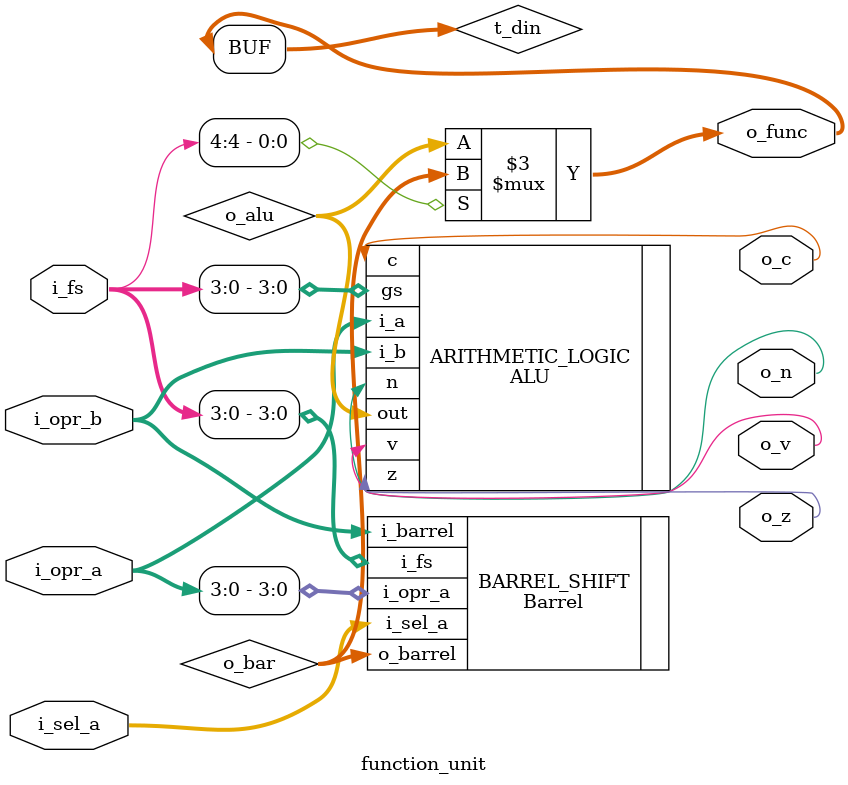
<source format=v>
module function_unit #(
parameter WIDTH = 32
)(
input   [WIDTH-1:0]     i_opr_a, i_opr_b,
input   [3:0]           i_sel_a,
input   [4:0]           i_fs,

output  [WIDTH-1:0]     o_func,
output                  o_n,o_z,o_v,o_c
);

reg     [WIDTH-1:0]     t_din;
wire    [WIDTH-1:0]     o_bar,o_alu;

Barrel BARREL_SHIFT(
    .i_barrel(i_opr_b),
    .i_fs(i_fs[3:0]),
    .i_sel_a(i_sel_a),
    .i_opr_a(i_opr_a[3:0]),
    .o_barrel(o_bar)
);

ALU ARITHMETIC_LOGIC(
    .i_a(i_opr_a),
    .i_b(i_opr_b),
    .gs(i_fs[3:0]),
    .out(o_alu),
    .n(o_n),
    .z(o_z),
    .v(o_v),
    .c(o_c)
);
    
always@*
	case(i_fs[4])
		1'b1	:	t_din	=	o_bar;
		default	:	t_din	=	o_alu;
	endcase

assign o_func = t_din;

endmodule

</source>
